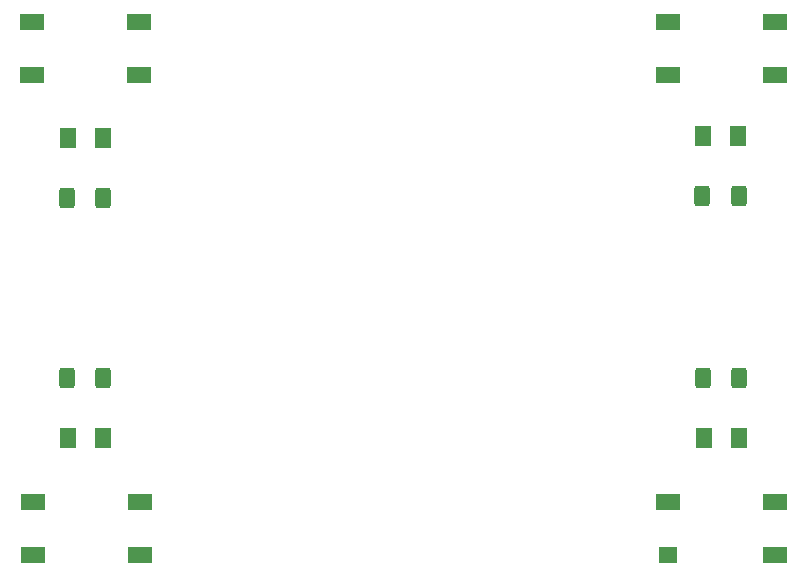
<source format=gbr>
%TF.GenerationSoftware,KiCad,Pcbnew,(6.0.0)*%
%TF.CreationDate,2022-03-26T12:46:50-04:00*%
%TF.ProjectId,old,6f6c642e-6b69-4636-9164-5f7063625858,rev?*%
%TF.SameCoordinates,Original*%
%TF.FileFunction,Paste,Top*%
%TF.FilePolarity,Positive*%
%FSLAX46Y46*%
G04 Gerber Fmt 4.6, Leading zero omitted, Abs format (unit mm)*
G04 Created by KiCad (PCBNEW (6.0.0)) date 2022-03-26 12:46:50*
%MOMM*%
%LPD*%
G01*
G04 APERTURE LIST*
G04 Aperture macros list*
%AMRoundRect*
0 Rectangle with rounded corners*
0 $1 Rounding radius*
0 $2 $3 $4 $5 $6 $7 $8 $9 X,Y pos of 4 corners*
0 Add a 4 corners polygon primitive as box body*
4,1,4,$2,$3,$4,$5,$6,$7,$8,$9,$2,$3,0*
0 Add four circle primitives for the rounded corners*
1,1,$1+$1,$2,$3*
1,1,$1+$1,$4,$5*
1,1,$1+$1,$6,$7*
1,1,$1+$1,$8,$9*
0 Add four rect primitives between the rounded corners*
20,1,$1+$1,$2,$3,$4,$5,0*
20,1,$1+$1,$4,$5,$6,$7,0*
20,1,$1+$1,$6,$7,$8,$9,0*
20,1,$1+$1,$8,$9,$2,$3,0*%
G04 Aperture macros list end*
%ADD10R,2.100000X1.400000*%
%ADD11R,1.580000X1.400000*%
%ADD12RoundRect,0.250000X-0.400000X-0.625000X0.400000X-0.625000X0.400000X0.625000X-0.400000X0.625000X0*%
%ADD13RoundRect,0.250001X-0.462499X-0.624999X0.462499X-0.624999X0.462499X0.624999X-0.462499X0.624999X0*%
%ADD14RoundRect,0.250000X0.400000X0.625000X-0.400000X0.625000X-0.400000X-0.625000X0.400000X-0.625000X0*%
G04 APERTURE END LIST*
D10*
%TO.C,SW3*%
X177797500Y-120360000D03*
D11*
X168697500Y-120360000D03*
D10*
X177797500Y-115860000D03*
X168697500Y-115860000D03*
%TD*%
%TO.C,SW4*%
X114916750Y-115860000D03*
X124016750Y-115860000D03*
X114916750Y-120360000D03*
X124016750Y-120360000D03*
%TD*%
%TO.C,SW2*%
X168697500Y-75220000D03*
X177797500Y-75220000D03*
X168697500Y-79720000D03*
X177797500Y-79720000D03*
%TD*%
%TO.C,SW1*%
X114830000Y-75220000D03*
X123930000Y-75220000D03*
X114830000Y-79720000D03*
X123930000Y-79720000D03*
%TD*%
D12*
%TO.C,R5*%
X117807500Y-90170000D03*
X120907500Y-90170000D03*
%TD*%
%TO.C,R4*%
X174719000Y-90001000D03*
X171619000Y-90001000D03*
%TD*%
D13*
%TO.C,D3*%
X174679000Y-84921000D03*
X171704000Y-84921000D03*
%TD*%
%TO.C,D4*%
X117892500Y-85090000D03*
X120867500Y-85090000D03*
%TD*%
D12*
%TO.C,R3*%
X171652000Y-105410000D03*
X174752000Y-105410000D03*
%TD*%
D14*
%TO.C,R2*%
X120907500Y-105410000D03*
X117807500Y-105410000D03*
%TD*%
D13*
%TO.C,D2*%
X171737000Y-110490000D03*
X174712000Y-110490000D03*
%TD*%
%TO.C,D1*%
X117892500Y-110490000D03*
X120867500Y-110490000D03*
%TD*%
M02*

</source>
